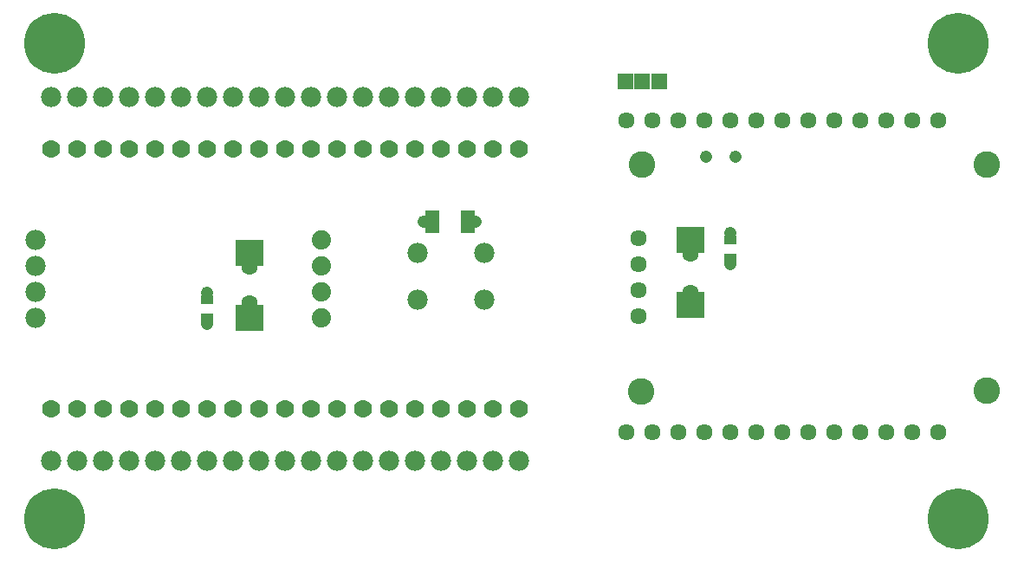
<source format=gbr>
G04 EAGLE Gerber RS-274X export*
G75*
%MOMM*%
%FSLAX34Y34*%
%LPD*%
%INSoldermask Bottom*%
%IPPOS*%
%AMOC8*
5,1,8,0,0,1.08239X$1,22.5*%
G01*
%ADD10C,2.601600*%
%ADD11C,1.766600*%
%ADD12C,1.879600*%
%ADD13R,2.801600X2.651600*%
%ADD14R,1.301600X0.901600*%
%ADD15C,1.609600*%
%ADD16C,5.943600*%
%ADD17C,1.981200*%
%ADD18R,1.501600X1.501600*%
%ADD19R,1.371600X2.161600*%
%ADD20C,1.601600*%
%ADD21C,1.208000*%


D10*
X621030Y393700D03*
X619760Y171450D03*
X957580Y393700D03*
X957580Y172720D03*
D11*
X43180Y408940D03*
X68580Y408940D03*
X93980Y408940D03*
X119380Y408940D03*
X144780Y408940D03*
X170180Y408940D03*
X195580Y408940D03*
X220980Y408940D03*
X246380Y408940D03*
X271780Y408940D03*
X297180Y408940D03*
X322580Y408940D03*
X347980Y408940D03*
X373380Y408940D03*
X398780Y408940D03*
X424180Y408940D03*
X449580Y408940D03*
X474980Y408940D03*
X500380Y408940D03*
X500380Y154940D03*
X474980Y154940D03*
X449580Y154940D03*
X424180Y154940D03*
X398780Y154940D03*
X373380Y154940D03*
X347980Y154940D03*
X322580Y154940D03*
X297180Y154940D03*
X271780Y154940D03*
X246380Y154940D03*
X220980Y154940D03*
X195580Y154940D03*
X170180Y154940D03*
X144780Y154940D03*
X119380Y154940D03*
X93980Y154940D03*
X68580Y154940D03*
X43180Y154940D03*
D12*
X307340Y243840D03*
X307340Y269240D03*
X307340Y294640D03*
X307340Y320040D03*
D13*
X237490Y307290D03*
X237490Y243890D03*
D14*
X195580Y243730D03*
X195580Y261730D03*
D15*
X910590Y436880D03*
X885190Y436880D03*
X859790Y436880D03*
X834390Y436880D03*
X808990Y436880D03*
X783590Y436880D03*
X758190Y436880D03*
X732790Y436880D03*
X707390Y436880D03*
X681990Y436880D03*
X656590Y436880D03*
X631190Y436880D03*
X605790Y436880D03*
X605790Y132080D03*
X631190Y132080D03*
X656590Y132080D03*
X681990Y132080D03*
X707390Y132080D03*
X732790Y132080D03*
X758190Y132080D03*
X783590Y132080D03*
X808990Y132080D03*
X834390Y132080D03*
X859790Y132080D03*
X885190Y132080D03*
X910590Y132080D03*
D16*
X46990Y511810D03*
X929640Y511810D03*
X46990Y46990D03*
X929640Y46990D03*
D17*
X466852Y307086D03*
X401828Y307086D03*
X466852Y261874D03*
X401828Y261874D03*
D18*
X637540Y474980D03*
X621030Y474980D03*
X604520Y474980D03*
D19*
X450620Y337820D03*
X415520Y337820D03*
D13*
X668020Y256590D03*
X668020Y319990D03*
D14*
X707390Y320150D03*
X707390Y302150D03*
D15*
X617220Y321310D03*
X617220Y295910D03*
X617220Y270510D03*
X617220Y245110D03*
D17*
X43180Y459740D03*
X68580Y459740D03*
X93980Y459740D03*
X119380Y459740D03*
X144780Y459740D03*
X170180Y459740D03*
X195580Y459740D03*
X220980Y459740D03*
X246380Y459740D03*
X271780Y459740D03*
X297180Y459740D03*
X322580Y459740D03*
X347980Y459740D03*
X373380Y459740D03*
X398780Y459740D03*
X424180Y459740D03*
X449580Y459740D03*
X474980Y459740D03*
X500380Y459740D03*
X43180Y104140D03*
X68580Y104140D03*
X93980Y104140D03*
X119380Y104140D03*
X144780Y104140D03*
X170180Y104140D03*
X195580Y104140D03*
X220980Y104140D03*
X246380Y104140D03*
X271780Y104140D03*
X297180Y104140D03*
X322580Y104140D03*
X347980Y104140D03*
X373380Y104140D03*
X398780Y104140D03*
X424180Y104140D03*
X449580Y104140D03*
X474980Y104140D03*
X500380Y104140D03*
X27940Y320040D03*
X27940Y294640D03*
X27940Y269240D03*
X27940Y243840D03*
D20*
X237490Y293370D03*
X668020Y267970D03*
D21*
X712470Y401320D03*
X195580Y267970D03*
X707390Y295910D03*
X458470Y337820D03*
X195580Y237490D03*
D20*
X668020Y306070D03*
D21*
X683260Y401320D03*
X707390Y326390D03*
X407670Y337820D03*
D20*
X237490Y257810D03*
M02*

</source>
